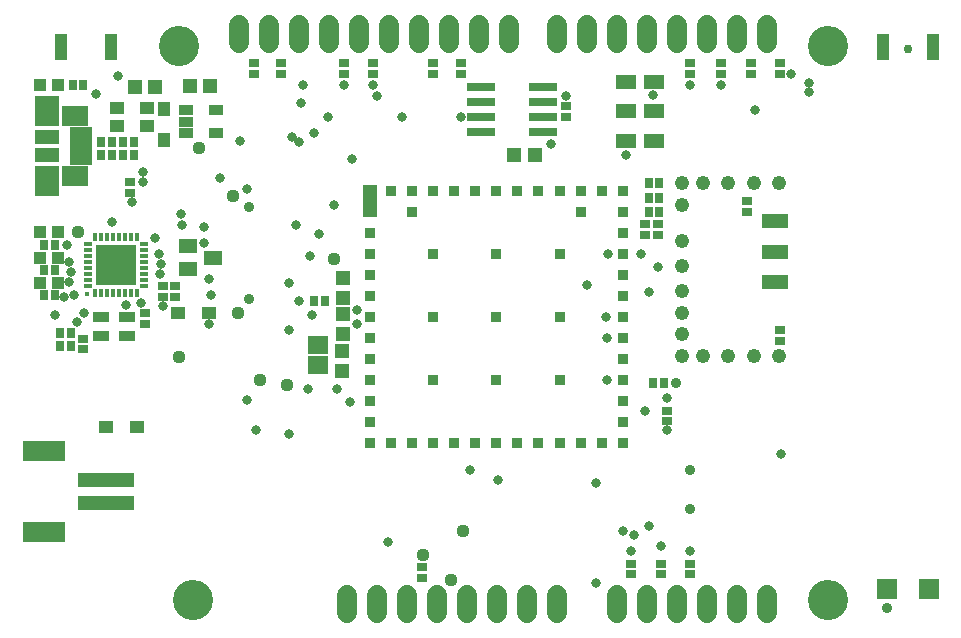
<source format=gts>
G75*
%MOIN*%
%OFA0B0*%
%FSLAX25Y25*%
%IPPOS*%
%LPD*%
%AMOC8*
5,1,8,0,0,1.08239X$1,22.5*
%
%ADD10R,0.08674X0.05131*%
%ADD11R,0.05131X0.04737*%
%ADD12R,0.02600X0.03800*%
%ADD13R,0.03800X0.02600*%
%ADD14R,0.04619X0.10603*%
%ADD15R,0.03595X0.03595*%
%ADD16R,0.04737X0.05131*%
%ADD17R,0.04698X0.03517*%
%ADD18R,0.03950X0.03950*%
%ADD19R,0.03950X0.08674*%
%ADD20C,0.06737*%
%ADD21C,0.13398*%
%ADD22R,0.13780X0.13780*%
%ADD23R,0.01378X0.02953*%
%ADD24R,0.02953X0.01378*%
%ADD25R,0.01784X0.01784*%
%ADD26R,0.05800X0.03300*%
%ADD27R,0.07493X0.02572*%
%ADD28R,0.09068X0.06607*%
%ADD29R,0.08280X0.10150*%
%ADD30R,0.08268X0.04528*%
%ADD31R,0.04737X0.03950*%
%ADD32R,0.03950X0.04737*%
%ADD33R,0.06312X0.04737*%
%ADD34R,0.06706X0.06706*%
%ADD35R,0.09461X0.03162*%
%ADD36R,0.18910X0.04737*%
%ADD37R,0.14186X0.07099*%
%ADD38R,0.07099X0.04737*%
%ADD39R,0.06706X0.05918*%
%ADD40C,0.03200*%
%ADD41C,0.04000*%
%ADD42C,0.04400*%
%ADD43C,0.03000*%
%ADD44C,0.03600*%
%ADD45C,0.04762*%
D10*
X0279848Y0133561D03*
X0279848Y0143600D03*
X0279848Y0153639D03*
D11*
X0135648Y0134822D03*
X0135648Y0128129D03*
X0135598Y0122846D03*
X0135598Y0116154D03*
X0135548Y0110546D03*
X0135548Y0103854D03*
D12*
X0129648Y0127200D03*
X0126048Y0127200D03*
X0066048Y0175800D03*
X0062448Y0175800D03*
X0058848Y0175800D03*
X0055248Y0175800D03*
X0055248Y0180000D03*
X0058848Y0180000D03*
X0062448Y0180000D03*
X0066048Y0180000D03*
X0049248Y0199000D03*
X0045648Y0199000D03*
X0039648Y0145800D03*
X0036048Y0145800D03*
X0036048Y0137400D03*
X0039648Y0137400D03*
X0039648Y0129000D03*
X0036048Y0129000D03*
X0041448Y0116400D03*
X0045048Y0116400D03*
X0045048Y0112200D03*
X0041448Y0112200D03*
X0237648Y0156800D03*
X0241248Y0156800D03*
X0241248Y0161600D03*
X0237648Y0161600D03*
X0237648Y0166400D03*
X0241248Y0166400D03*
X0242698Y0099775D03*
X0239098Y0099775D03*
D13*
X0243648Y0090600D03*
X0243648Y0087000D03*
X0281448Y0113800D03*
X0281448Y0117400D03*
X0240711Y0149200D03*
X0236448Y0149200D03*
X0236448Y0152800D03*
X0240711Y0152800D03*
X0270448Y0156800D03*
X0270448Y0160400D03*
X0210048Y0188400D03*
X0210048Y0192000D03*
X0175248Y0202800D03*
X0175248Y0206400D03*
X0165648Y0206400D03*
X0165648Y0202800D03*
X0145848Y0202800D03*
X0145848Y0206400D03*
X0136248Y0206400D03*
X0136248Y0202800D03*
X0115248Y0202800D03*
X0115248Y0206400D03*
X0106248Y0206400D03*
X0106248Y0202800D03*
X0064848Y0166800D03*
X0064848Y0163200D03*
X0075648Y0132000D03*
X0075648Y0128400D03*
X0079848Y0128400D03*
X0079848Y0132000D03*
X0069648Y0123000D03*
X0069648Y0119400D03*
X0049248Y0114600D03*
X0049248Y0111000D03*
X0162203Y0038390D03*
X0162203Y0034790D03*
X0231648Y0036000D03*
X0231648Y0039600D03*
X0241848Y0039600D03*
X0241848Y0036000D03*
X0251448Y0036000D03*
X0251448Y0039600D03*
X0251448Y0202800D03*
X0251448Y0206400D03*
X0261648Y0206400D03*
X0261648Y0202800D03*
X0271848Y0202800D03*
X0271848Y0206400D03*
X0281448Y0206400D03*
X0281448Y0202800D03*
D14*
X0144848Y0160400D03*
D15*
X0151856Y0163904D03*
X0158864Y0163904D03*
X0165872Y0163904D03*
X0172879Y0163904D03*
X0179887Y0163904D03*
X0186895Y0163904D03*
X0193903Y0163904D03*
X0200911Y0163904D03*
X0207919Y0163904D03*
X0214927Y0163904D03*
X0221935Y0163904D03*
X0228942Y0163904D03*
X0228942Y0156896D03*
X0228942Y0149888D03*
X0228942Y0142880D03*
X0228942Y0135872D03*
X0228942Y0128865D03*
X0228942Y0121857D03*
X0228942Y0114849D03*
X0228942Y0107841D03*
X0228942Y0100833D03*
X0228942Y0093825D03*
X0228942Y0086817D03*
X0228942Y0079809D03*
X0221935Y0079809D03*
X0214927Y0079809D03*
X0207919Y0079809D03*
X0200911Y0079809D03*
X0193903Y0079809D03*
X0186895Y0079809D03*
X0179887Y0079809D03*
X0172879Y0079809D03*
X0165872Y0079809D03*
X0158864Y0079809D03*
X0151856Y0079809D03*
X0144848Y0079809D03*
X0144848Y0086817D03*
X0144848Y0093825D03*
X0144848Y0100833D03*
X0144848Y0107841D03*
X0144848Y0114849D03*
X0144848Y0121857D03*
X0144848Y0128865D03*
X0144848Y0135872D03*
X0144848Y0142880D03*
X0144848Y0149888D03*
X0158864Y0156896D03*
X0165872Y0142880D03*
X0186895Y0142880D03*
X0207919Y0142880D03*
X0214927Y0156896D03*
X0207919Y0121857D03*
X0186895Y0121857D03*
X0165872Y0121857D03*
X0165872Y0100833D03*
X0186895Y0100833D03*
X0207919Y0100833D03*
D16*
X0199594Y0175800D03*
X0192901Y0175800D03*
X0091294Y0198700D03*
X0084601Y0198700D03*
X0072994Y0198600D03*
X0066301Y0198600D03*
D17*
X0083269Y0190640D03*
X0083269Y0186900D03*
X0083269Y0183160D03*
X0093466Y0183160D03*
X0093466Y0190640D03*
D18*
X0040801Y0199000D03*
X0034895Y0199000D03*
X0034895Y0150000D03*
X0040801Y0150000D03*
X0040801Y0141600D03*
X0034895Y0141600D03*
X0034895Y0133200D03*
X0040801Y0133200D03*
D19*
X0041880Y0211800D03*
X0058416Y0211800D03*
X0315780Y0211800D03*
X0332316Y0211800D03*
D20*
X0277048Y0213231D02*
X0277048Y0219169D01*
X0267048Y0219169D02*
X0267048Y0213231D01*
X0257048Y0213231D02*
X0257048Y0219169D01*
X0247048Y0219169D02*
X0247048Y0213231D01*
X0237048Y0213231D02*
X0237048Y0219169D01*
X0227048Y0219169D02*
X0227048Y0213231D01*
X0217048Y0213231D02*
X0217048Y0219169D01*
X0207048Y0219169D02*
X0207048Y0213231D01*
X0191048Y0213231D02*
X0191048Y0219169D01*
X0181048Y0219169D02*
X0181048Y0213231D01*
X0171048Y0213231D02*
X0171048Y0219169D01*
X0161048Y0219169D02*
X0161048Y0213231D01*
X0151048Y0213231D02*
X0151048Y0219169D01*
X0141048Y0219169D02*
X0141048Y0213231D01*
X0131048Y0213231D02*
X0131048Y0219169D01*
X0121048Y0219169D02*
X0121048Y0213231D01*
X0111048Y0213231D02*
X0111048Y0219169D01*
X0101048Y0219169D02*
X0101048Y0213231D01*
X0137048Y0029169D02*
X0137048Y0023231D01*
X0147048Y0023231D02*
X0147048Y0029169D01*
X0157048Y0029169D02*
X0157048Y0023231D01*
X0167048Y0023231D02*
X0167048Y0029169D01*
X0177048Y0029169D02*
X0177048Y0023231D01*
X0187048Y0023231D02*
X0187048Y0029169D01*
X0197048Y0029169D02*
X0197048Y0023231D01*
X0207048Y0023231D02*
X0207048Y0029169D01*
X0227048Y0029169D02*
X0227048Y0023231D01*
X0237048Y0023231D02*
X0237048Y0029169D01*
X0247048Y0029169D02*
X0247048Y0023231D01*
X0257048Y0023231D02*
X0257048Y0029169D01*
X0267048Y0029169D02*
X0267048Y0023231D01*
X0277048Y0023231D02*
X0277048Y0029169D01*
D21*
X0297348Y0027300D03*
X0085898Y0027300D03*
X0081098Y0212100D03*
X0297348Y0212100D03*
D22*
X0060048Y0139100D03*
D23*
X0061032Y0129848D03*
X0059064Y0129848D03*
X0057095Y0129848D03*
X0055127Y0129848D03*
X0053158Y0129848D03*
X0063001Y0129848D03*
X0064969Y0129848D03*
X0066938Y0129848D03*
X0066938Y0148352D03*
X0064969Y0148352D03*
X0063001Y0148352D03*
X0061032Y0148352D03*
X0059064Y0148352D03*
X0057095Y0148352D03*
X0055127Y0148352D03*
X0053158Y0148352D03*
D24*
X0050796Y0145990D03*
X0050796Y0144021D03*
X0050796Y0142053D03*
X0050796Y0140084D03*
X0050796Y0138116D03*
X0050796Y0136147D03*
X0050796Y0134179D03*
X0050796Y0132210D03*
X0069300Y0132210D03*
X0069300Y0134179D03*
X0069300Y0136147D03*
X0069300Y0138116D03*
X0069300Y0140084D03*
X0069300Y0142053D03*
X0069300Y0144021D03*
X0069300Y0145990D03*
D25*
X0050540Y0129592D03*
D26*
X0055148Y0121900D03*
X0063748Y0121900D03*
X0063748Y0115300D03*
X0055148Y0115300D03*
D27*
X0048272Y0173682D03*
X0048272Y0176241D03*
X0048272Y0178800D03*
X0048272Y0181359D03*
X0048272Y0183918D03*
D28*
X0046303Y0188643D03*
X0046303Y0168957D03*
D29*
X0037248Y0167186D03*
X0037248Y0190414D03*
D30*
X0037248Y0181851D03*
X0037248Y0175749D03*
D31*
X0060330Y0185400D03*
X0060330Y0191400D03*
X0070566Y0191400D03*
X0070566Y0185400D03*
X0080730Y0123000D03*
X0090966Y0123000D03*
X0066966Y0085200D03*
X0056730Y0085200D03*
D32*
X0076248Y0180882D03*
X0076248Y0191118D03*
D33*
X0083917Y0145340D03*
X0092579Y0141600D03*
X0083917Y0137860D03*
D34*
X0317158Y0030975D03*
X0330938Y0030975D03*
D35*
X0202284Y0183300D03*
X0202284Y0188300D03*
X0202284Y0193300D03*
X0202284Y0198300D03*
X0181812Y0198300D03*
X0181812Y0193300D03*
X0181812Y0188300D03*
X0181812Y0183300D03*
D36*
X0056615Y0067537D03*
X0056615Y0059663D03*
D37*
X0036142Y0050214D03*
X0036142Y0076986D03*
D38*
X0229999Y0180600D03*
X0239448Y0180600D03*
X0239448Y0190443D03*
X0229999Y0190443D03*
X0229999Y0200285D03*
X0239448Y0200285D03*
D39*
X0127368Y0112506D03*
X0127368Y0105814D03*
D40*
X0124248Y0097800D03*
X0133848Y0097800D03*
X0138048Y0093600D03*
X0117648Y0082800D03*
X0106848Y0084000D03*
X0103848Y0094200D03*
X0117648Y0117600D03*
X0125448Y0122400D03*
X0121248Y0127200D03*
X0117648Y0133200D03*
X0124848Y0142200D03*
X0127848Y0149400D03*
X0120048Y0152400D03*
X0132648Y0159000D03*
X0138648Y0174600D03*
X0126048Y0183000D03*
X0121248Y0180000D03*
X0118848Y0181800D03*
X0130848Y0188400D03*
X0121848Y0193200D03*
X0122448Y0199200D03*
X0136248Y0199200D03*
X0145848Y0199200D03*
X0147040Y0195341D03*
X0155448Y0188400D03*
X0175248Y0188400D03*
X0205248Y0179400D03*
X0210048Y0195600D03*
X0229969Y0175857D03*
X0239242Y0195691D03*
X0251448Y0199200D03*
X0261648Y0199200D03*
X0273048Y0190800D03*
X0285048Y0202800D03*
X0291048Y0199800D03*
X0291048Y0196800D03*
X0235248Y0142800D03*
X0240648Y0138600D03*
X0237648Y0130200D03*
X0223448Y0121800D03*
X0223648Y0114800D03*
X0223848Y0100800D03*
X0236448Y0090600D03*
X0243648Y0094800D03*
X0243648Y0084000D03*
X0220248Y0066600D03*
X0229248Y0050400D03*
X0232848Y0049200D03*
X0237648Y0052200D03*
X0241848Y0045600D03*
X0231648Y0043800D03*
X0220248Y0033000D03*
X0251448Y0043800D03*
X0281673Y0076275D03*
X0217248Y0132600D03*
X0224161Y0142804D03*
X0140448Y0124200D03*
X0140448Y0119400D03*
X0091248Y0119400D03*
X0091848Y0129000D03*
X0091248Y0134400D03*
X0089448Y0146400D03*
X0089448Y0151800D03*
X0082248Y0152400D03*
X0081648Y0156000D03*
X0073248Y0148200D03*
X0074448Y0142800D03*
X0074982Y0139355D03*
X0074808Y0136200D03*
X0068356Y0126322D03*
X0063249Y0125843D03*
X0075648Y0125400D03*
X0049276Y0123006D03*
X0047238Y0120259D03*
X0039648Y0122400D03*
X0042771Y0128569D03*
X0046230Y0129203D03*
X0044555Y0133523D03*
X0045071Y0136731D03*
X0044448Y0139995D03*
X0043848Y0145800D03*
X0058848Y0153600D03*
X0065448Y0160200D03*
X0069048Y0166800D03*
X0069071Y0170181D03*
X0094848Y0168000D03*
X0103848Y0164400D03*
X0101448Y0180600D03*
X0060648Y0202200D03*
X0053448Y0196200D03*
X0178248Y0070800D03*
X0187491Y0067453D03*
X0150648Y0046800D03*
D41*
X0060048Y0139100D03*
D42*
X0047448Y0150000D03*
X0087648Y0178200D03*
X0099048Y0162000D03*
X0132648Y0141000D03*
X0100848Y0123000D03*
X0081048Y0108600D03*
X0108048Y0100800D03*
X0117048Y0099000D03*
X0175848Y0050400D03*
X0162259Y0042600D03*
X0171648Y0034200D03*
D43*
X0324048Y0211200D03*
D44*
X0246798Y0099750D03*
X0251523Y0070875D03*
X0251373Y0057675D03*
X0316981Y0024881D03*
X0104448Y0127800D03*
X0104448Y0158400D03*
D45*
X0248648Y0159200D03*
X0248648Y0166400D03*
X0255848Y0166400D03*
X0264248Y0166400D03*
X0272648Y0166400D03*
X0281048Y0166400D03*
X0248648Y0147200D03*
X0248648Y0138800D03*
X0248648Y0130400D03*
X0248648Y0123200D03*
X0248648Y0116000D03*
X0248648Y0108800D03*
X0255848Y0108800D03*
X0264248Y0108800D03*
X0272648Y0108800D03*
X0281048Y0108800D03*
M02*

</source>
